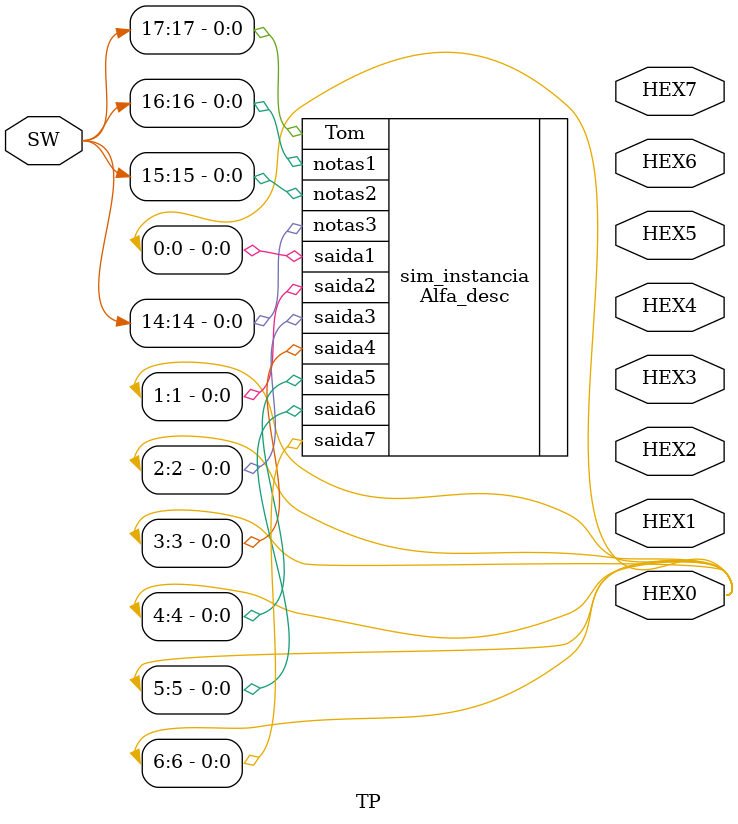
<source format=v>

module TP(

    //////////// SW //////////
    input             [17:0]        SW,

    //////////// SEG7 //////////
    output             [6:0]        HEX0,
    output             [6:0]        HEX1,
    output             [6:0]        HEX2,
    output             [6:0]        HEX3,
    output             [6:0]        HEX4,
    output             [6:0]        HEX5,
    output             [6:0]        HEX6,
    output             [6:0]        HEX7
);



//=======================================================
//  REG/WIRE declarations
//=======================================================
Alfa_desc sim_instancia(.Tom(SW[17]), .notas1(SW[16]), .notas2(SW[15]), .notas3(SW[14]), .saida1(HEX0[0]), .saida2(HEX0[1]), .saida3(HEX0[2]), .saida4(HEX0[3]), .saida5(HEX0[4]), .saida6(HEX0[5]), .saida7(HEX0[6]));



//=======================================================
//  Structural coding
//=======================================================



endmodule
</source>
